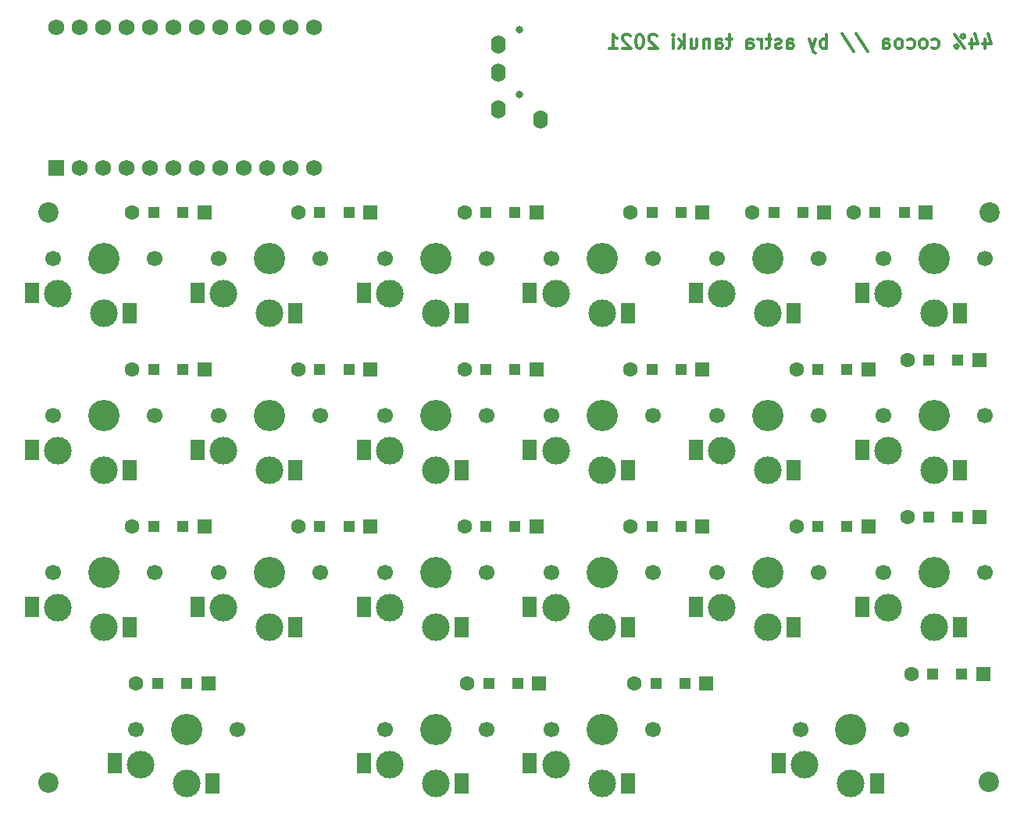
<source format=gbr>
G04 #@! TF.GenerationSoftware,KiCad,Pcbnew,5.1.10-88a1d61d58~88~ubuntu18.04.1*
G04 #@! TF.CreationDate,2021-10-06T13:15:52-05:00*
G04 #@! TF.ProjectId,keyboard,6b657962-6f61-4726-942e-6b696361645f,rev?*
G04 #@! TF.SameCoordinates,Original*
G04 #@! TF.FileFunction,Soldermask,Bot*
G04 #@! TF.FilePolarity,Negative*
%FSLAX46Y46*%
G04 Gerber Fmt 4.6, Leading zero omitted, Abs format (unit mm)*
G04 Created by KiCad (PCBNEW 5.1.10-88a1d61d58~88~ubuntu18.04.1) date 2021-10-06 13:15:52*
%MOMM*%
%LPD*%
G01*
G04 APERTURE LIST*
%ADD10C,0.300000*%
%ADD11C,1.700000*%
%ADD12C,3.400000*%
%ADD13R,1.600000X2.200000*%
%ADD14C,3.000000*%
%ADD15O,1.600000X2.000000*%
%ADD16C,0.800000*%
%ADD17C,2.200000*%
%ADD18C,1.752600*%
%ADD19R,1.752600X1.752600*%
%ADD20C,1.600000*%
%ADD21R,1.600000X1.600000*%
%ADD22R,1.200000X1.200000*%
G04 APERTURE END LIST*
D10*
X106505000Y2821428D02*
X106505000Y1821428D01*
X106862142Y3392857D02*
X107219285Y2321428D01*
X106290714Y2321428D01*
X105076428Y2821428D02*
X105076428Y1821428D01*
X105433571Y3392857D02*
X105790714Y2321428D01*
X104862142Y2321428D01*
X104362142Y1821428D02*
X103219285Y3321428D01*
X104147857Y3321428D02*
X104005000Y3250000D01*
X103933571Y3107142D01*
X104005000Y2964285D01*
X104147857Y2892857D01*
X104290714Y2964285D01*
X104362142Y3107142D01*
X104290714Y3250000D01*
X104147857Y3321428D01*
X103290714Y1892857D02*
X103219285Y2035714D01*
X103290714Y2178571D01*
X103433571Y2250000D01*
X103576428Y2178571D01*
X103647857Y2035714D01*
X103576428Y1892857D01*
X103433571Y1821428D01*
X103290714Y1892857D01*
X100790714Y1892857D02*
X100933571Y1821428D01*
X101219285Y1821428D01*
X101362142Y1892857D01*
X101433571Y1964285D01*
X101505000Y2107142D01*
X101505000Y2535714D01*
X101433571Y2678571D01*
X101362142Y2750000D01*
X101219285Y2821428D01*
X100933571Y2821428D01*
X100790714Y2750000D01*
X99933571Y1821428D02*
X100076428Y1892857D01*
X100147857Y1964285D01*
X100219285Y2107142D01*
X100219285Y2535714D01*
X100147857Y2678571D01*
X100076428Y2750000D01*
X99933571Y2821428D01*
X99719285Y2821428D01*
X99576428Y2750000D01*
X99505000Y2678571D01*
X99433571Y2535714D01*
X99433571Y2107142D01*
X99505000Y1964285D01*
X99576428Y1892857D01*
X99719285Y1821428D01*
X99933571Y1821428D01*
X98147857Y1892857D02*
X98290714Y1821428D01*
X98576428Y1821428D01*
X98719285Y1892857D01*
X98790714Y1964285D01*
X98862142Y2107142D01*
X98862142Y2535714D01*
X98790714Y2678571D01*
X98719285Y2750000D01*
X98576428Y2821428D01*
X98290714Y2821428D01*
X98147857Y2750000D01*
X97290714Y1821428D02*
X97433571Y1892857D01*
X97505000Y1964285D01*
X97576428Y2107142D01*
X97576428Y2535714D01*
X97505000Y2678571D01*
X97433571Y2750000D01*
X97290714Y2821428D01*
X97076428Y2821428D01*
X96933571Y2750000D01*
X96862142Y2678571D01*
X96790714Y2535714D01*
X96790714Y2107142D01*
X96862142Y1964285D01*
X96933571Y1892857D01*
X97076428Y1821428D01*
X97290714Y1821428D01*
X95505000Y1821428D02*
X95505000Y2607142D01*
X95576428Y2750000D01*
X95719285Y2821428D01*
X96005000Y2821428D01*
X96147857Y2750000D01*
X95505000Y1892857D02*
X95647857Y1821428D01*
X96005000Y1821428D01*
X96147857Y1892857D01*
X96219285Y2035714D01*
X96219285Y2178571D01*
X96147857Y2321428D01*
X96005000Y2392857D01*
X95647857Y2392857D01*
X95505000Y2464285D01*
X92576428Y3392857D02*
X93862142Y1464285D01*
X91005000Y3392857D02*
X92290714Y1464285D01*
X89362142Y1821428D02*
X89362142Y3321428D01*
X89362142Y2750000D02*
X89219285Y2821428D01*
X88933571Y2821428D01*
X88790714Y2750000D01*
X88719285Y2678571D01*
X88647857Y2535714D01*
X88647857Y2107142D01*
X88719285Y1964285D01*
X88790714Y1892857D01*
X88933571Y1821428D01*
X89219285Y1821428D01*
X89362142Y1892857D01*
X88147857Y2821428D02*
X87790714Y1821428D01*
X87433571Y2821428D02*
X87790714Y1821428D01*
X87933571Y1464285D01*
X88005000Y1392857D01*
X88147857Y1321428D01*
X85076428Y1821428D02*
X85076428Y2607142D01*
X85147857Y2750000D01*
X85290714Y2821428D01*
X85576428Y2821428D01*
X85719285Y2750000D01*
X85076428Y1892857D02*
X85219285Y1821428D01*
X85576428Y1821428D01*
X85719285Y1892857D01*
X85790714Y2035714D01*
X85790714Y2178571D01*
X85719285Y2321428D01*
X85576428Y2392857D01*
X85219285Y2392857D01*
X85076428Y2464285D01*
X84433571Y1892857D02*
X84290714Y1821428D01*
X84005000Y1821428D01*
X83862142Y1892857D01*
X83790714Y2035714D01*
X83790714Y2107142D01*
X83862142Y2250000D01*
X84005000Y2321428D01*
X84219285Y2321428D01*
X84362142Y2392857D01*
X84433571Y2535714D01*
X84433571Y2607142D01*
X84362142Y2750000D01*
X84219285Y2821428D01*
X84005000Y2821428D01*
X83862142Y2750000D01*
X83362142Y2821428D02*
X82790714Y2821428D01*
X83147857Y3321428D02*
X83147857Y2035714D01*
X83076428Y1892857D01*
X82933571Y1821428D01*
X82790714Y1821428D01*
X82290714Y1821428D02*
X82290714Y2821428D01*
X82290714Y2535714D02*
X82219285Y2678571D01*
X82147857Y2750000D01*
X82005000Y2821428D01*
X81862142Y2821428D01*
X80719285Y1821428D02*
X80719285Y2607142D01*
X80790714Y2750000D01*
X80933571Y2821428D01*
X81219285Y2821428D01*
X81362142Y2750000D01*
X80719285Y1892857D02*
X80862142Y1821428D01*
X81219285Y1821428D01*
X81362142Y1892857D01*
X81433571Y2035714D01*
X81433571Y2178571D01*
X81362142Y2321428D01*
X81219285Y2392857D01*
X80862142Y2392857D01*
X80719285Y2464285D01*
X79076428Y2821428D02*
X78505000Y2821428D01*
X78862142Y3321428D02*
X78862142Y2035714D01*
X78790714Y1892857D01*
X78647857Y1821428D01*
X78505000Y1821428D01*
X77362142Y1821428D02*
X77362142Y2607142D01*
X77433571Y2750000D01*
X77576428Y2821428D01*
X77862142Y2821428D01*
X78005000Y2750000D01*
X77362142Y1892857D02*
X77505000Y1821428D01*
X77862142Y1821428D01*
X78005000Y1892857D01*
X78076428Y2035714D01*
X78076428Y2178571D01*
X78005000Y2321428D01*
X77862142Y2392857D01*
X77505000Y2392857D01*
X77362142Y2464285D01*
X76647857Y2821428D02*
X76647857Y1821428D01*
X76647857Y2678571D02*
X76576428Y2750000D01*
X76433571Y2821428D01*
X76219285Y2821428D01*
X76076428Y2750000D01*
X76005000Y2607142D01*
X76005000Y1821428D01*
X74647857Y2821428D02*
X74647857Y1821428D01*
X75290714Y2821428D02*
X75290714Y2035714D01*
X75219285Y1892857D01*
X75076428Y1821428D01*
X74862142Y1821428D01*
X74719285Y1892857D01*
X74647857Y1964285D01*
X73933571Y1821428D02*
X73933571Y3321428D01*
X73790714Y2392857D02*
X73362142Y1821428D01*
X73362142Y2821428D02*
X73933571Y2250000D01*
X72719285Y1821428D02*
X72719285Y2821428D01*
X72719285Y3321428D02*
X72790714Y3250000D01*
X72719285Y3178571D01*
X72647857Y3250000D01*
X72719285Y3321428D01*
X72719285Y3178571D01*
X70933571Y3178571D02*
X70862142Y3250000D01*
X70719285Y3321428D01*
X70362142Y3321428D01*
X70219285Y3250000D01*
X70147857Y3178571D01*
X70076428Y3035714D01*
X70076428Y2892857D01*
X70147857Y2678571D01*
X71005000Y1821428D01*
X70076428Y1821428D01*
X69147857Y3321428D02*
X69005000Y3321428D01*
X68862142Y3250000D01*
X68790714Y3178571D01*
X68719285Y3035714D01*
X68647857Y2750000D01*
X68647857Y2392857D01*
X68719285Y2107142D01*
X68790714Y1964285D01*
X68862142Y1892857D01*
X69005000Y1821428D01*
X69147857Y1821428D01*
X69290714Y1892857D01*
X69362142Y1964285D01*
X69433571Y2107142D01*
X69505000Y2392857D01*
X69505000Y2750000D01*
X69433571Y3035714D01*
X69362142Y3178571D01*
X69290714Y3250000D01*
X69147857Y3321428D01*
X68076428Y3178571D02*
X68005000Y3250000D01*
X67862142Y3321428D01*
X67505000Y3321428D01*
X67362142Y3250000D01*
X67290714Y3178571D01*
X67219285Y3035714D01*
X67219285Y2892857D01*
X67290714Y2678571D01*
X68147857Y1821428D01*
X67219285Y1821428D01*
X65790714Y1821428D02*
X66647857Y1821428D01*
X66219285Y1821428D02*
X66219285Y3321428D01*
X66362142Y3107142D01*
X66505000Y2964285D01*
X66647857Y2892857D01*
D11*
X86500000Y-72000000D03*
X97500000Y-72000000D03*
D12*
X92000000Y-72000000D03*
D13*
X94800000Y-77900000D03*
D14*
X87000000Y-75800000D03*
X92000000Y-77900000D03*
D13*
X84200000Y-75700000D03*
D11*
X14500000Y-72000000D03*
X25500000Y-72000000D03*
D12*
X20000000Y-72000000D03*
D13*
X22800000Y-77900000D03*
D14*
X15000000Y-75800000D03*
X20000000Y-77900000D03*
D13*
X12200000Y-75700000D03*
D15*
X53750000Y-800000D03*
D16*
X56050000Y3800000D03*
X56050000Y-3200000D03*
D15*
X53750000Y2200000D03*
X53750000Y-4800000D03*
X58350000Y-5900000D03*
D17*
X5000000Y-77800000D03*
X5000000Y-16000000D03*
X106950000Y-77680000D03*
X107000000Y-16000000D03*
D18*
X5880000Y4070000D03*
X33820000Y-11170000D03*
X8420000Y4070000D03*
X10960000Y4070000D03*
X13500000Y4070000D03*
X16040000Y4070000D03*
X18580000Y4070000D03*
X21120000Y4070000D03*
X23660000Y4070000D03*
X26200000Y4070000D03*
X28740000Y4070000D03*
X31280000Y4070000D03*
X33820000Y4070000D03*
X31280000Y-11170000D03*
X28740000Y-11170000D03*
X26200000Y-11170000D03*
X23660000Y-11170000D03*
X21120000Y-11170000D03*
X18580000Y-11170000D03*
X16040000Y-11170000D03*
X13500000Y-11170000D03*
X10960000Y-11170000D03*
X8420000Y-11170000D03*
D19*
X5880000Y-11170000D03*
D11*
X59500000Y-72000000D03*
X70500000Y-72000000D03*
D12*
X65000000Y-72000000D03*
D13*
X67800000Y-77900000D03*
D14*
X60000000Y-75800000D03*
X65000000Y-77900000D03*
D13*
X57200000Y-75700000D03*
D11*
X23500000Y-55000000D03*
X34500000Y-55000000D03*
D12*
X29000000Y-55000000D03*
D13*
X31800000Y-60900000D03*
D14*
X24000000Y-58800000D03*
X29000000Y-60900000D03*
D13*
X21200000Y-58700000D03*
D11*
X41500000Y-55000000D03*
X52500000Y-55000000D03*
D12*
X47000000Y-55000000D03*
D13*
X49800000Y-60900000D03*
D14*
X42000000Y-58800000D03*
X47000000Y-60900000D03*
D13*
X39200000Y-58700000D03*
D11*
X59500000Y-55000000D03*
X70500000Y-55000000D03*
D12*
X65000000Y-55000000D03*
D13*
X67800000Y-60900000D03*
D14*
X60000000Y-58800000D03*
X65000000Y-60900000D03*
D13*
X57200000Y-58700000D03*
D11*
X77500000Y-55000000D03*
X88500000Y-55000000D03*
D12*
X83000000Y-55000000D03*
D13*
X85800000Y-60900000D03*
D14*
X78000000Y-58800000D03*
X83000000Y-60900000D03*
D13*
X75200000Y-58700000D03*
D11*
X95500000Y-55000000D03*
X106500000Y-55000000D03*
D12*
X101000000Y-55000000D03*
D13*
X103800000Y-60900000D03*
D14*
X96000000Y-58800000D03*
X101000000Y-60900000D03*
D13*
X93200000Y-58700000D03*
D11*
X5500000Y-55000000D03*
X16500000Y-55000000D03*
D12*
X11000000Y-55000000D03*
D13*
X13800000Y-60900000D03*
D14*
X6000000Y-58800000D03*
X11000000Y-60900000D03*
D13*
X3200000Y-58700000D03*
D11*
X59500000Y-38000000D03*
X70500000Y-38000000D03*
D12*
X65000000Y-38000000D03*
D13*
X67800000Y-43900000D03*
D14*
X60000000Y-41800000D03*
X65000000Y-43900000D03*
D13*
X57200000Y-41700000D03*
D11*
X77500000Y-38000000D03*
X88500000Y-38000000D03*
D12*
X83000000Y-38000000D03*
D13*
X85800000Y-43900000D03*
D14*
X78000000Y-41800000D03*
X83000000Y-43900000D03*
D13*
X75200000Y-41700000D03*
D11*
X23500000Y-38000000D03*
X34500000Y-38000000D03*
D12*
X29000000Y-38000000D03*
D13*
X31800000Y-43900000D03*
D14*
X24000000Y-41800000D03*
X29000000Y-43900000D03*
D13*
X21200000Y-41700000D03*
D11*
X95500000Y-38000000D03*
X106500000Y-38000000D03*
D12*
X101000000Y-38000000D03*
D13*
X103800000Y-43900000D03*
D14*
X96000000Y-41800000D03*
X101000000Y-43900000D03*
D13*
X93200000Y-41700000D03*
D11*
X5500000Y-38000000D03*
X16500000Y-38000000D03*
D12*
X11000000Y-38000000D03*
D13*
X13800000Y-43900000D03*
D14*
X6000000Y-41800000D03*
X11000000Y-43900000D03*
D13*
X3200000Y-41700000D03*
D11*
X41500000Y-38000000D03*
X52500000Y-38000000D03*
D12*
X47000000Y-38000000D03*
D13*
X49800000Y-43900000D03*
D14*
X42000000Y-41800000D03*
X47000000Y-43900000D03*
D13*
X39200000Y-41700000D03*
D11*
X41500000Y-21000000D03*
X52500000Y-21000000D03*
D12*
X47000000Y-21000000D03*
D13*
X49800000Y-26900000D03*
D14*
X42000000Y-24800000D03*
X47000000Y-26900000D03*
D13*
X39200000Y-24700000D03*
D11*
X59500000Y-21000000D03*
X70500000Y-21000000D03*
D12*
X65000000Y-21000000D03*
D13*
X67800000Y-26900000D03*
D14*
X60000000Y-24800000D03*
X65000000Y-26900000D03*
D13*
X57200000Y-24700000D03*
D11*
X77500000Y-21000000D03*
X88500000Y-21000000D03*
D12*
X83000000Y-21000000D03*
D13*
X85800000Y-26900000D03*
D14*
X78000000Y-24800000D03*
X83000000Y-26900000D03*
D13*
X75200000Y-24700000D03*
D11*
X95500000Y-21000000D03*
X106500000Y-21000000D03*
D12*
X101000000Y-21000000D03*
D13*
X103800000Y-26900000D03*
D14*
X96000000Y-24800000D03*
X101000000Y-26900000D03*
D13*
X93200000Y-24700000D03*
D11*
X5500000Y-21000000D03*
X16500000Y-21000000D03*
D12*
X11000000Y-21000000D03*
D13*
X13800000Y-26900000D03*
D14*
X6000000Y-24800000D03*
X11000000Y-26900000D03*
D13*
X3200000Y-24700000D03*
D11*
X23500000Y-21000000D03*
X34500000Y-21000000D03*
D12*
X29000000Y-21000000D03*
D13*
X31800000Y-26900000D03*
D14*
X24000000Y-24800000D03*
X29000000Y-26900000D03*
D13*
X21200000Y-24700000D03*
D11*
X41500000Y-72000000D03*
X52500000Y-72000000D03*
D12*
X47000000Y-72000000D03*
D13*
X49800000Y-77900000D03*
D14*
X42000000Y-75800000D03*
X47000000Y-77900000D03*
D13*
X39200000Y-75700000D03*
D20*
X14100000Y-16000000D03*
D21*
X21900000Y-16000000D03*
D22*
X19575000Y-16000000D03*
X16425000Y-16000000D03*
D20*
X98525000Y-66000000D03*
D21*
X106325000Y-66000000D03*
D22*
X104000000Y-66000000D03*
X100850000Y-66000000D03*
D20*
X68525000Y-67000000D03*
D21*
X76325000Y-67000000D03*
D22*
X74000000Y-67000000D03*
X70850000Y-67000000D03*
D20*
X50400000Y-67000000D03*
D21*
X58200000Y-67000000D03*
D22*
X55875000Y-67000000D03*
X52725000Y-67000000D03*
D20*
X14525000Y-67000000D03*
D21*
X22325000Y-67000000D03*
D22*
X20000000Y-67000000D03*
X16850000Y-67000000D03*
D20*
X98100000Y-49000000D03*
D21*
X105900000Y-49000000D03*
D22*
X103575000Y-49000000D03*
X100425000Y-49000000D03*
D20*
X86100000Y-50000000D03*
D21*
X93900000Y-50000000D03*
D22*
X91575000Y-50000000D03*
X88425000Y-50000000D03*
D20*
X68100000Y-50000000D03*
D21*
X75900000Y-50000000D03*
D22*
X73575000Y-50000000D03*
X70425000Y-50000000D03*
D20*
X50100000Y-50000000D03*
D21*
X57900000Y-50000000D03*
D22*
X55575000Y-50000000D03*
X52425000Y-50000000D03*
D20*
X32100000Y-50000000D03*
D21*
X39900000Y-50000000D03*
D22*
X37575000Y-50000000D03*
X34425000Y-50000000D03*
D20*
X14100000Y-50000000D03*
D21*
X21900000Y-50000000D03*
D22*
X19575000Y-50000000D03*
X16425000Y-50000000D03*
D20*
X98100000Y-32000000D03*
D21*
X105900000Y-32000000D03*
D22*
X103575000Y-32000000D03*
X100425000Y-32000000D03*
D20*
X86100000Y-33000000D03*
D21*
X93900000Y-33000000D03*
D22*
X91575000Y-33000000D03*
X88425000Y-33000000D03*
D20*
X68100000Y-33000000D03*
D21*
X75900000Y-33000000D03*
D22*
X73575000Y-33000000D03*
X70425000Y-33000000D03*
D20*
X50100000Y-33000000D03*
D21*
X57900000Y-33000000D03*
D22*
X55575000Y-33000000D03*
X52425000Y-33000000D03*
D20*
X32100000Y-33000000D03*
D21*
X39900000Y-33000000D03*
D22*
X37575000Y-33000000D03*
X34425000Y-33000000D03*
D20*
X14100000Y-33000000D03*
D21*
X21900000Y-33000000D03*
D22*
X19575000Y-33000000D03*
X16425000Y-33000000D03*
D20*
X92300000Y-16000000D03*
D21*
X100100000Y-16000000D03*
D22*
X97775000Y-16000000D03*
X94625000Y-16000000D03*
D20*
X81300000Y-16000000D03*
D21*
X89100000Y-16000000D03*
D22*
X86775000Y-16000000D03*
X83625000Y-16000000D03*
D20*
X68100000Y-16000000D03*
D21*
X75900000Y-16000000D03*
D22*
X73575000Y-16000000D03*
X70425000Y-16000000D03*
D20*
X50100000Y-16000000D03*
D21*
X57900000Y-16000000D03*
D22*
X55575000Y-16000000D03*
X52425000Y-16000000D03*
D20*
X32100000Y-16000000D03*
D21*
X39900000Y-16000000D03*
D22*
X37575000Y-16000000D03*
X34425000Y-16000000D03*
M02*

</source>
